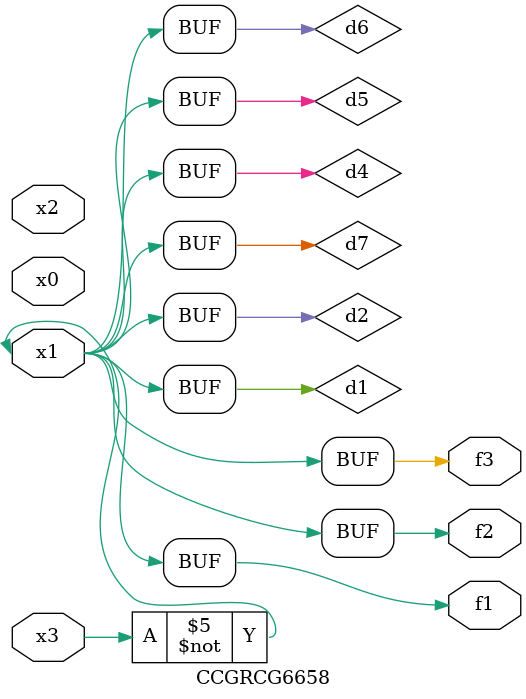
<source format=v>
module CCGRCG6658(
	input x0, x1, x2, x3,
	output f1, f2, f3
);

	wire d1, d2, d3, d4, d5, d6, d7;

	not (d1, x3);
	buf (d2, x1);
	xnor (d3, d1, d2);
	nor (d4, d1);
	buf (d5, d1, d2);
	buf (d6, d4, d5);
	nand (d7, d4);
	assign f1 = d6;
	assign f2 = d7;
	assign f3 = d6;
endmodule

</source>
